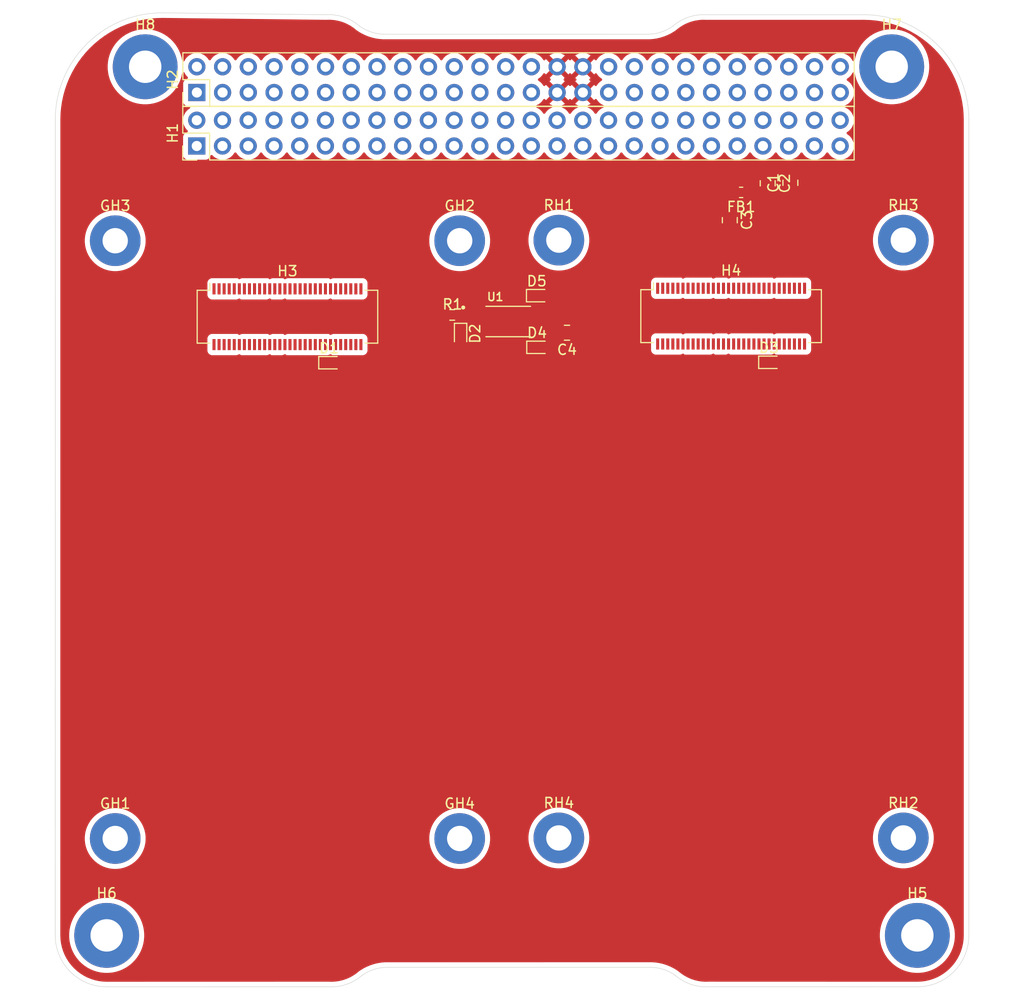
<source format=kicad_pcb>
(kicad_pcb (version 20241229) (generator "pcbnew") (generator_version "9.0")
  (layers (0 "F.Cu" signal) (2 "B.Cu" signal) (13 "F.Paste" user) (15 "B.Paste" user) (5 "F.SilkS" user "F.Silkscreen") (7 "B.SilkS" user "B.Silkscreen") (1 "F.Mask" user) (3 "B.Mask" user) (25 "Edge.Cuts" user))
  (net 0 "")
  (net 1 "3V3_S")
  (net 2 "GND")
  (net 3 "/PPS")
  (net 4 "/CLK_0")
  (net 5 "/CLK_3")
  (net 6 "/CLK_2")
  (net 7 "/CLK_1")
  (net 8 "RAW_BATT")
  (net 10 "/CAN_L")
  (net 30 "/CAN_H")
  (net 33 "5V_S")
  (net 36 "/I2C1_SCL")
  (net 49 "/CAN2_L")
  (net 50 "/CAN2_H")
  (net 51 "/I2C1_SDA")
  (net 111 "/EXT_RST")
  (net 175 "Net-(H1-Pin_47)")
  (net 176 "Net-(U1-1G)")
  (footprint "Connector_PinHeader_2.54mm:PinHeader_2x26_P2.54mm_Vertical" (layer "F.Cu") (at 134.48 63.65 90)
    (property "Reference" "H2" (at 1.27 -2.38 90) (layer "F.SilkS"))
    (property "Value" "Outer Bank")
    (fp_line (start 3.92 -1.38) (end 3.92 64.88) (stroke (width 0.12)) (layer "F.SilkS"))
    (fp_line (start 1.27 -1.38) (end 3.92 -1.38) (stroke (width 0.12)) (layer "F.SilkS"))
    (fp_line (start -1.38 -1.38) (end 0 -1.38) (stroke (width 0.12)) (layer "F.SilkS"))
    (fp_line (start -1.38 0) (end -1.38 -1.38) (stroke (width 0.12)) (layer "F.SilkS"))
    (fp_line (start 1.27 1.27) (end 1.27 -1.38) (stroke (width 0.12)) (layer "F.SilkS"))
    (fp_line (start -1.38 1.27) (end 1.27 1.27) (stroke (width 0.12)) (layer "F.SilkS"))
    (fp_line (start -1.38 1.27) (end -1.38 64.88) (stroke (width 0.12)) (layer "F.SilkS"))
    (fp_line (start -1.38 64.88) (end 3.92 64.88) (stroke (width 0.12)) (layer "F.SilkS"))
    (pad "1" thru_hole rect (at 0 0 90) (size 1.7 1.7) (drill 1) (layers "*.Cu" "*.Mask"))
    (pad "2" thru_hole circle (at 2.54 0 90) (size 1.7 1.7) (drill 1) (layers "*.Cu" "*.Mask"))
    (pad "3" thru_hole circle (at 0 2.54 90) (size 1.7 1.7) (drill 1) (layers "*.Cu" "*.Mask"))
    (pad "4" thru_hole circle (at 2.54 2.54 90) (size 1.7 1.7) (drill 1) (layers "*.Cu" "*.Mask"))
    (pad "5" thru_hole circle (at 0 5.08 90) (size 1.7 1.7) (drill 1) (layers "*.Cu" "*.Mask"))
    (pad "6" thru_hole circle (at 2.54 5.08 90) (size 1.7 1.7) (drill 1) (layers "*.Cu" "*.Mask"))
    (pad "7" thru_hole circle (at 0 7.62 90) (size 1.7 1.7) (drill 1) (layers "*.Cu" "*.Mask"))
    (pad "8" thru_hole circle (at 2.54 7.62 90) (size 1.7 1.7) (drill 1) (layers "*.Cu" "*.Mask"))
    (pad "9" thru_hole circle (at 0 10.16 90) (size 1.7 1.7) (drill 1) (layers "*.Cu" "*.Mask"))
    (pad "10" thru_hole circle (at 2.54 10.16 90) (size 1.7 1.7) (drill 1) (layers "*.Cu" "*.Mask"))
    (pad "11" thru_hole circle (at 0 12.7 90) (size 1.7 1.7) (drill 1) (layers "*.Cu" "*.Mask"))
    (pad "12" thru_hole circle (at 2.54 12.7 90) (size 1.7 1.7) (drill 1) (layers "*.Cu" "*.Mask"))
    (pad "13" thru_hole circle (at 0 15.24 90) (size 1.7 1.7) (drill 1) (layers "*.Cu" "*.Mask"))
    (pad "14" thru_hole circle (at 2.54 15.24 90) (size 1.7 1.7) (drill 1) (layers "*.Cu" "*.Mask"))
    (pad "15" thru_hole circle (at 0 17.78 90) (size 1.7 1.7) (drill 1) (layers "*.Cu" "*.Mask") (net 7 "/CLK_1"))
    (pad "16" thru_hole circle (at 2.54 17.78 90) (size 1.7 1.7) (drill 1) (layers "*.Cu" "*.Mask") (net 4 "/CLK_0"))
    (pad "17" thru_hole circle (at 0 20.32 90) (size 1.7 1.7) (drill 1) (layers "*.Cu" "*.Mask") (net 6 "/CLK_2"))
    (pad "18" thru_hole circle (at 2.54 20.32 90) (size 1.7 1.7) (drill 1) (layers "*.Cu" "*.Mask"))
    (pad "19" thru_hole circle (at 0 22.86 90) (size 1.7 1.7) (drill 1) (layers "*.Cu" "*.Mask"))
    (pad "20" thru_hole circle (at 2.54 22.86 90) (size 1.7 1.7) (drill 1) (layers "*.Cu" "*.Mask"))
    (pad "21" thru_hole circle (at 0 25.4 90) (size 1.7 1.7) (drill 1) (layers "*.Cu" "*.Mask"))
    (pad "22" thru_hole circle (at 2.54 25.4 90) (size 1.7 1.7) (drill 1) (layers "*.Cu" "*.Mask"))
    (pad "23" thru_hole circle (at 0 27.94 90) (size 1.7 1.7) (drill 1) (layers "*.Cu" "*.Mask"))
    (pad "24" thru_hole circle (at 2.54 27.94 90) (size 1.7 1.7) (drill 1) (layers "*.Cu" "*.Mask"))
    (pad "25" thru_hole circle (at 0 30.48 90) (size 1.7 1.7) (drill 1) (layers "*.Cu" "*.Mask"))
    (pad "26" thru_hole circle (at 2.54 30.48 90) (size 1.7 1.7) (drill 1) (layers "*.Cu" "*.Mask"))
    (pad "27" thru_hole circle (at 0 33.02 90) (size 1.7 1.7) (drill 1) (layers "*.Cu" "*.Mask"))
    (pad "28" thru_hole circle (at 2.54 33.02 90) (size 1.7 1.7) (drill 1) (layers "*.Cu" "*.Mask"))
    (pad "29" thru_hole circle (at 0 35.56 90) (size 1.7 1.7) (drill 1) (layers "*.Cu" "*.Mask") (net 2 "GND"))
    (pad "30" thru_hole circle (at 2.54 35.56 90) (size 1.7 1.7) (drill 1) (layers "*.Cu" "*.Mask") (net 2 "GND"))
    (pad "31" thru_hole circle (at 0 38.1 90) (size 1.7 1.7) (drill 1) (layers "*.Cu" "*.Mask") (net 2 "GND"))
    (pad "32" thru_hole circle (at 2.54 38.1 90) (size 1.7 1.7) (drill 1) (layers "*.Cu" "*.Mask") (net 2 "GND"))
    (pad "33" thru_hole circle (at 0 40.64 90) (size 1.7 1.7) (drill 1) (layers "*.Cu" "*.Mask"))
    (pad "34" thru_hole circle (at 2.54 40.64 90) (size 1.7 1.7) (drill 1) (layers "*.Cu" "*.Mask"))
    (pad "35" thru_hole circle (at 0 43.18 90) (size 1.7 1.7) (drill 1) (layers "*.Cu" "*.Mask"))
    (pad "36" thru_hole circle (at 2.54 43.18 90) (size 1.7 1.7) (drill 1) (layers "*.Cu" "*.Mask"))
    (pad "37" thru_hole circle (at 0 45.72 90) (size 1.7 1.7) (drill 1) (layers "*.Cu" "*.Mask"))
    (pad "38" thru_hole circle (at 2.54 45.72 90) (size 1.7 1.7) (drill 1) (layers "*.Cu" "*.Mask"))
    (pad "39" thru_hole circle (at 0 48.26 90) (size 1.7 1.7) (drill 1) (layers "*.Cu" "*.Mask"))
    (pad "40" thru_hole circle (at 2.54 48.26 90) (size 1.7 1.7) (drill 1) (layers "*.Cu" "*.Mask"))
    (pad "41" thru_hole circle (at 0 50.8 90) (size 1.7 1.7) (drill 1) (layers "*.Cu" "*.Mask"))
    (pad "42" thru_hole circle (at 2.54 50.8 90) (size 1.7 1.7) (drill 1) (layers "*.Cu" "*.Mask"))
    (pad "43" thru_hole circle (at 0 53.34 90) (size 1.7 1.7) (drill 1) (layers "*.Cu" "*.Mask"))
    (pad "44" thru_hole circle (at 2.54 53.34 90) (size 1.7 1.7) (drill 1) (layers "*.Cu" "*.Mask"))
    (pad "45" thru_hole circle (at 0 55.88 90) (size 1.7 1.7) (drill 1) (layers "*.Cu" "*.Mask"))
    (pad "46" thru_hole circle (at 2.54 55.88 90) (size 1.7 1.7) (drill 1) (layers "*.Cu" "*.Mask"))
    (pad "47" thru_hole circle (at 0 58.42 90) (size 1.7 1.7) (drill 1) (layers "*.Cu" "*.Mask"))
    (pad "48" thru_hole circle (at 2.54 58.42 90) (size 1.7 1.7) (drill 1) (layers "*.Cu" "*.Mask"))
    (pad "49" thru_hole circle (at 0 60.96 90) (size 1.7 1.7) (drill 1) (layers "*.Cu" "*.Mask"))
    (pad "50" thru_hole circle (at 2.54 60.96 90) (size 1.7 1.7) (drill 1) (layers "*.Cu" "*.Mask"))
    (pad "51" thru_hole circle (at 0 63.5 90) (size 1.7 1.7) (drill 1) (layers "*.Cu" "*.Mask"))
    (pad "52" thru_hole circle (at 2.54 63.5 90) (size 1.7 1.7) (drill 1) (layers "*.Cu" "*.Mask"))
  )
  (footprint "Capacitor_SMD:C_0805_2012Metric" (layer "F.Cu") (at 171.01 87.36 180)
    (property "Reference" "C4" (at 0 -1.68 0) (layer "F.SilkS"))
    (property "Value" "0.1μF")
    (fp_line (start -0.261252 0.735) (end 0.261252 0.735) (stroke (width 0.12)) (layer "F.SilkS"))
    (fp_line (start -0.261252 -0.735) (end 0.261252 -0.735) (stroke (width 0.12)) (layer "F.SilkS"))
    (pad "1" smd roundrect (at -0.95 0 180) (size 1 1.45) (layers "F.Cu" "F.Mask" "F.Paste") (net 2 "GND"))
    (pad "2" smd roundrect (at 0.95 0 180) (size 1 1.45) (layers "F.Cu" "F.Mask" "F.Paste") (net 1 "3V3_S"))
  )
  (footprint "MountingHole:MountingHole_2.5mm_Pad_TopBottom" (layer "F.Cu") (at 204.208427 137.221573)
    (property "Reference" "RH2" (at 0 -3.45 0) (layer "F.SilkS"))
    (property "Value" "Radio Mounting Hole")
    (pad "1" thru_hole circle (at 0 0) (size 2.9 2.9) (drill 2.5) (layers "*.Cu" "*.Mask"))
    (pad "1" connect circle (at 0 0) (size 5 5) (layers "F.Cu" "F.Mask"))
    (pad "1" connect circle (at 0 0) (size 5 5) (layers "B.Cu" "B.Mask"))
  )
  (footprint "Diode_SMD:Nexperia_DSN1608-2_1.6x0.8mm" (layer "F.Cu") (at 147.525 90.32)
    (property "Reference" "D1" (at 0 -1.43 0) (layer "F.SilkS"))
    (property "Value" "PTVS5V0Z1USK")
    (fp_line (start -1.015 -0.61) (end -1.015 0.61) (stroke (width 0.12)) (layer "F.SilkS"))
    (fp_line (start -1.015 0.61) (end 0.8 0.61) (stroke (width 0.12)) (layer "F.SilkS"))
    (fp_line (start 0.8 -0.61) (end -1.015 -0.61) (stroke (width 0.12)) (layer "F.SilkS"))
    (pad "1" smd roundrect (at -0.285 0) (size 0.93 0.7) (layers "F.Cu" "F.Mask" "F.Paste") (roundrect_rratio 0.1071428571) (net 3 "/PPS"))
    (pad "2" smd roundrect (at 0.6 0) (size 0.3 0.7) (layers "F.Cu" "F.Mask" "F.Paste") (net 2 "GND"))
  )
  (footprint "MountingHole:MountingHole_2.5mm_Pad_TopBottom" (layer "F.Cu") (at 126.421573 78.278427)
    (property "Reference" "GH3" (at 0 -3.45 0) (layer "F.SilkS"))
    (property "Value" "GPS Mounting Hole")
    (pad "1" thru_hole circle (at 0 0) (size 2.9 2.9) (drill 2.5) (layers "*.Cu" "*.Mask"))
    (pad "1" connect circle (at 0 0) (size 5 5) (layers "F.Cu" "F.Mask"))
    (pad "1" connect circle (at 0 0) (size 5 5) (layers "B.Cu" "B.Mask"))
  )
  (footprint "Capacitor_SMD:C_0805_2012Metric" (layer "F.Cu") (at 190.82 72.61 -90)
    (property "Reference" "C2" (at 0 -1.68 90) (layer "F.SilkS"))
    (property "Value" "1μF")
    (fp_line (start -0.261252 0.735) (end 0.261252 0.735) (stroke (width 0.12)) (layer "F.SilkS"))
    (fp_line (start -0.261252 -0.735) (end 0.261252 -0.735) (stroke (width 0.12)) (layer "F.SilkS"))
    (pad "1" smd roundrect (at -0.95 0 270) (size 1 1.45) (layers "F.Cu" "F.Mask" "F.Paste") (net 1 "3V3_S"))
    (pad "2" smd roundrect (at 0.95 0 270) (size 1 1.45) (layers "F.Cu" "F.Mask" "F.Paste") (net 2 "GND"))
  )
  (footprint "Inductor_SMD:L_0603_1608Metric" (layer "F.Cu") (at 188.1975 73.51 180)
    (property "Reference" "FB1" (at 0 -1.43 0) (layer "F.SilkS"))
    (property "Value" "600R")
    (fp_line (start -0.162779 0.51) (end 0.162779 0.51) (stroke (width 0.12)) (layer "F.SilkS"))
    (fp_line (start -0.162779 -0.51) (end 0.162779 -0.51) (stroke (width 0.12)) (layer "F.SilkS"))
    (pad "1" smd roundrect (at -0.7875 0 180) (size 0.875 0.95) (layers "F.Cu" "F.Mask" "F.Paste") (net 1 "3V3_S"))
    (pad "2" smd roundrect (at 0.7875 0 180) (size 0.875 0.95) (layers "F.Cu" "F.Mask" "F.Paste") (net 175 "Net-(H1-Pin_47)"))
  )
  (footprint "MountingHole:MountingHole_3.2mm_M3_Pad_TopBottom" (layer "F.Cu") (at 129.38 61.11)
    (property "Reference" "H8" (at 0 -4.15 0) (layer "F.SilkS"))
    (property "Value" "Motherboard Mounting Hole")
    (pad "1" thru_hole circle (at 0 0) (size 3.6 3.6) (drill 3.2) (layers "*.Cu" "*.Mask"))
    (pad "1" connect circle (at 0 0) (size 6.4 6.4) (layers "F.Cu" "F.Mask"))
    (pad "1" connect circle (at 0 0) (size 6.4 6.4) (layers "B.Cu" "B.Mask"))
  )
  (footprint "Capacitor_SMD:C_0805_2012Metric" (layer "F.Cu") (at 193.06 72.56 90)
    (property "Reference" "C1" (at 0 -1.68 90) (layer "F.SilkS"))
    (property "Value" "0.1μF")
    (fp_line (start -0.261252 -0.735) (end 0.261252 -0.735) (stroke (width 0.12)) (layer "F.SilkS"))
    (fp_line (start -0.261252 0.735) (end 0.261252 0.735) (stroke (width 0.12)) (layer "F.SilkS"))
    (pad "1" smd roundrect (at -0.95 0 90) (size 1 1.45) (layers "F.Cu" "F.Mask" "F.Paste") (net 2 "GND"))
    (pad "2" smd roundrect (at 0.95 0 90) (size 1 1.45) (layers "F.Cu" "F.Mask" "F.Paste") (net 1 "3V3_S"))
  )
  (footprint "Connector_Molex:Molex_SlimStack_54722-0604_2x30_P0.50mm_Vertical" (layer "F.Cu") (at 143.421573 85.778427)
    (property "Reference" "H3" (at 0 -4.5 0) (layer "F.SilkS"))
    (property "Value" "GPS Connector")
    (fp_line (start -8.91 -2.61) (end -7.66 -2.61) (stroke (width 0.12)) (layer "F.SilkS"))
    (fp_line (start -8.91 2.61) (end -8.91 -2.61) (stroke (width 0.12)) (layer "F.SilkS"))
    (fp_line (start -7.66 -2.61) (end -7.66 -3.3) (stroke (width 0.12)) (layer "F.SilkS"))
    (fp_line (start -7.66 2.61) (end -8.91 2.61) (stroke (width 0.12)) (layer "F.SilkS"))
    (fp_line (start 7.66 2.61) (end 8.91 2.61) (stroke (width 0.12)) (layer "F.SilkS"))
    (fp_line (start 8.91 -2.61) (end 7.66 -2.61) (stroke (width 0.12)) (layer "F.SilkS"))
    (fp_line (start 8.91 2.61) (end 8.91 -2.61) (stroke (width 0.12)) (layer "F.SilkS"))
    (pad "1" smd rect (at -7.25 -2.75) (size 0.3 1.1) (layers "F.Cu" "F.Mask" "F.Paste") (net 8 "RAW_BATT"))
    (pad "2" smd rect (at -7.25 2.75) (size 0.3 1.1) (layers "F.Cu" "F.Mask" "F.Paste") (net 8 "RAW_BATT"))
    (pad "3" smd rect (at -6.75 -2.75) (size 0.3 1.1) (layers "F.Cu" "F.Mask" "F.Paste") (net 33 "5V_S"))
    (pad "4" smd rect (at -6.75 2.75) (size 0.3 1.1) (layers "F.Cu" "F.Mask" "F.Paste") (net 33 "5V_S"))
    (pad "5" smd rect (at -6.25 -2.75) (size 0.3 1.1) (layers "F.Cu" "F.Mask" "F.Paste") (net 33 "5V_S"))
    (pad "6" smd rect (at -6.25 2.75) (size 0.3 1.1) (layers "F.Cu" "F.Mask" "F.Paste") (net 33 "5V_S"))
    (pad "7" smd rect (at -5.75 -2.75) (size 0.3 1.1) (layers "F.Cu" "F.Mask" "F.Paste"))
    (pad "8" smd rect (at -5.75 2.75) (size 0.3 1.1) (layers "F.Cu" "F.Mask" "F.Paste"))
    (pad "9" smd rect (at -5.25 -2.75) (size 0.3 1.1) (layers "F.Cu" "F.Mask" "F.Paste") (net 1 "3V3_S"))
    (pad "10" smd rect (at -5.25 2.75) (size 0.3 1.1) (layers "F.Cu" "F.Mask" "F.Paste") (net 1 "3V3_S"))
    (pad "11" smd rect (at -4.75 -2.75) (size 0.3 1.1) (layers "F.Cu" "F.Mask" "F.Paste") (net 2 "GND"))
    (pad "12" smd rect (at -4.75 2.75) (size 0.3 1.1) (layers "F.Cu" "F.Mask" "F.Paste") (net 2 "GND"))
    (pad "13" smd rect (at -4.25 -2.75) (size 0.3 1.1) (layers "F.Cu" "F.Mask" "F.Paste") (net 51 "/I2C1_SDA"))
    (pad "14" smd rect (at -4.25 2.75) (size 0.3 1.1) (layers "F.Cu" "F.Mask" "F.Paste") (net 36 "/I2C1_SCL"))
    (pad "15" smd rect (at -3.75 -2.75) (size 0.3 1.1) (layers "F.Cu" "F.Mask" "F.Paste"))
    (pad "16" smd rect (at -3.75 2.75) (size 0.3 1.1) (layers "F.Cu" "F.Mask" "F.Paste"))
    (pad "17" smd rect (at -3.25 -2.75) (size 0.3 1.1) (layers "F.Cu" "F.Mask" "F.Paste"))
    (pad "18" smd rect (at -3.25 2.75) (size 0.3 1.1) (layers "F.Cu" "F.Mask" "F.Paste"))
    (pad "19" smd rect (at -2.75 -2.75) (size 0.3 1.1) (layers "F.Cu" "F.Mask" "F.Paste"))
    (pad "20" smd rect (at -2.75 2.75) (size 0.3 1.1) (layers "F.Cu" "F.Mask" "F.Paste"))
    (pad "21" smd rect (at -2.25 -2.75) (size 0.3 1.1) (layers "F.Cu" "F.Mask" "F.Paste"))
    (pad "22" smd rect (at -2.25 2.75) (size 0.3 1.1) (layers "F.Cu" "F.Mask" "F.Paste"))
    (pad "23" smd rect (at -1.75 -2.75) (size 0.3 1.1) (layers "F.Cu" "F.Mask" "F.Paste") (net 2 "GND"))
    (pad "24" smd rect (at -1.75 2.75) (size 0.3 1.1) (layers "F.Cu" "F.Mask" "F.Paste") (net 2 "GND"))
    (pad "25" smd rect (at -1.25 -2.75) (size 0.3 1.1) (layers "F.Cu" "F.Mask" "F.Paste") (net 50 "/CAN2_H"))
    (pad "26" smd rect (at -1.25 2.75) (size 0.3 1.1) (layers "F.Cu" "F.Mask" "F.Paste") (net 30 "/CAN_H"))
    (pad "27" smd rect (at -0.75 -2.75) (size 0.3 1.1) (layers "F.Cu" "F.Mask" "F.Paste") (net 49 "/CAN2_L"))
    (pad "28" smd rect (at -0.75 2.75) (size 0.3 1.1) (layers "F.Cu" "F.Mask" "F.Paste") (net 10 "/CAN_L"))
    (pad "29" smd rect (at -0.25 -2.75) (size 0.3 1.1) (layers "F.Cu" "F.Mask" "F.Paste") (net 2 "GND"))
    (pad "30" smd rect (at -0.25 2.75) (size 0.3 1.1) (layers "F.Cu" "F.Mask" "F.Paste") (net 2 "GND"))
    (pad "31" smd rect (at 0.25 -2.75) (size 0.3 1.1) (layers "F.Cu" "F.Mask" "F.Paste"))
    (pad "32" smd rect (at 0.25 2.75) (size 0.3 1.1) (layers "F.Cu" "F.Mask" "F.Paste"))
    (pad "33" smd rect (at 0.75 -2.75) (size 0.3 1.1) (layers "F.Cu" "F.Mask" "F.Paste"))
    (pad "34" smd rect (at 0.75 2.75) (size 0.3 1.1) (layers "F.Cu" "F.Mask" "F.Paste"))
    (pad "35" smd rect (at 1.25 -2.75) (size 0.3 1.1) (layers "F.Cu" "F.Mask" "F.Paste"))
    (pad "36" smd rect (at 1.25 2.75) (size 0.3 1.1) (layers "F.Cu" "F.Mask" "F.Paste"))
    (pad "37" smd rect (at 1.75 -2.75) (size 0.3 1.1) (layers "F.Cu" "F.Mask" "F.Paste"))
    (pad "38" smd rect (at 1.75 2.75) (size 0.3 1.1) (layers "F.Cu" "F.Mask" "F.Paste"))
    (pad "39" smd rect (at 2.25 -2.75) (size 0.3 1.1) (layers "F.Cu" "F.Mask" "F.Paste"))
    (pad "40" smd rect (at 2.25 2.75) (size 0.3 1.1) (layers "F.Cu" "F.Mask" "F.Paste"))
    (pad "41" smd rect (at 2.75 -2.75) (size 0.3 1.1) (layers "F.Cu" "F.Mask" "F.Paste"))
    (pad "42" smd rect (at 2.75 2.75) (size 0.3 1.1) (layers "F.Cu" "F.Mask" "F.Paste"))
    (pad "43" smd rect (at 3.25 -2.75) (size 0.3 1.1) (layers "F.Cu" "F.Mask" "F.Paste"))
    (pad "44" smd rect (at 3.25 2.75) (size 0.3 1.1) (layers "F.Cu" "F.Mask" "F.Paste"))
    (pad "45" smd rect (at 3.75 -2.75) (size 0.3 1.1) (layers "F.Cu" "F.Mask" "F.Paste") (net 111 "/EXT_RST"))
    (pad "46" smd rect (at 3.75 2.75) (size 0.3 1.1) (layers "F.Cu" "F.Mask" "F.Paste") (net 3 "/PPS"))
    (pad "47" smd rect (at 4.25 -2.75) (size 0.3 1.1) (layers "F.Cu" "F.Mask" "F.Paste") (net 2 "GND"))
    (pad "48" smd rect (at 4.25 2.75) (size 0.3 1.1) (layers "F.Cu" "F.Mask" "F.Paste") (net 2 "GND"))
    (pad "49" smd rect (at 4.75 -2.75) (size 0.3 1.1) (layers "F.Cu" "F.Mask" "F.Paste"))
    (pad "50" smd rect (at 4.75 2.75) (size 0.3 1.1) (layers "F.Cu" "F.Mask" "F.Paste"))
    (pad "51" smd rect (at 5.25 -2.75) (size 0.3 1.1) (layers "F.Cu" "F.Mask" "F.Paste"))
    (pad "52" smd rect (at 5.25 2.75) (size 0.3 1.1) (layers "F.Cu" "F.Mask" "F.Paste"))
    (pad "53" smd rect (at 5.75 -2.75) (size 0.3 1.1) (layers "F.Cu" "F.Mask" "F.Paste"))
    (pad "54" smd rect (at 5.75 2.75) (size 0.3 1.1) (layers "F.Cu" "F.Mask" "F.Paste"))
    (pad "55" smd rect (at 6.25 -2.75) (size 0.3 1.1) (layers "F.Cu" "F.Mask" "F.Paste"))
    (pad "56" smd rect (at 6.25 2.75) (size 0.3 1.1) (layers "F.Cu" "F.Mask" "F.Paste"))
    (pad "57" smd rect (at 6.75 -2.75) (size 0.3 1.1) (layers "F.Cu" "F.Mask" "F.Paste"))
    (pad "58" smd rect (at 6.75 2.75) (size 0.3 1.1) (layers "F.Cu" "F.Mask" "F.Paste"))
    (pad "59" smd rect (at 7.25 -2.75) (size 0.3 1.1) (layers "F.Cu" "F.Mask" "F.Paste"))
    (pad "60" smd rect (at 7.25 2.75) (size 0.3 1.1) (layers "F.Cu" "F.Mask" "F.Paste"))
  )
  (footprint "MountingHole:MountingHole_2.5mm_Pad_TopBottom" (layer "F.Cu") (at 170.208427 137.221573)
    (property "Reference" "RH4" (at 0 -3.45 0) (layer "F.SilkS"))
    (property "Value" "Radio Mounting Hole")
    (pad "1" thru_hole circle (at 0 0) (size 2.9 2.9) (drill 2.5) (layers "*.Cu" "*.Mask"))
    (pad "1" connect circle (at 0 0) (size 5 5) (layers "F.Cu" "F.Mask"))
    (pad "1" connect circle (at 0 0) (size 5 5) (layers "B.Cu" "B.Mask"))
  )
  (footprint "Connector_PinHeader_2.54mm:PinHeader_2x26_P2.54mm_Vertical" (layer "F.Cu") (at 134.47 68.93 90)
    (property "Reference" "H1" (at 1.27 -2.38 90) (layer "F.SilkS"))
    (property "Value" "Inner Bank")
    (fp_line (start 3.92 -1.38) (end 3.92 64.88) (stroke (width 0.12)) (layer "F.SilkS"))
    (fp_line (start 1.27 -1.38) (end 3.92 -1.38) (stroke (width 0.12)) (layer "F.SilkS"))
    (fp_line (start -1.38 -1.38) (end 0 -1.38) (stroke (width 0.12)) (layer "F.SilkS"))
    (fp_line (start -1.38 0) (end -1.38 -1.38) (stroke (width 0.12)) (layer "F.SilkS"))
    (fp_line (start 1.27 1.27) (end 1.27 -1.38) (stroke (width 0.12)) (layer "F.SilkS"))
    (fp_line (start -1.38 1.27) (end 1.27 1.27) (stroke (width 0.12)) (layer "F.SilkS"))
    (fp_line (start -1.38 1.27) (end -1.38 64.88) (stroke (width 0.12)) (layer "F.SilkS"))
    (fp_line (start -1.38 64.88) (end 3.92 64.88) (stroke (width 0.12)) (layer "F.SilkS"))
    (pad "1" thru_hole rect (at 0 0 90) (size 1.7 1.7) (drill 1) (layers "*.Cu" "*.Mask") (net 10 "/CAN_L"))
    (pad "2" thru_hole circle (at 2.54 0 90) (size 1.7 1.7) (drill 1) (layers "*.Cu" "*.Mask") (net 49 "/CAN2_L"))
    (pad "3" thru_hole circle (at 0 2.54 90) (size 1.7 1.7) (drill 1) (layers "*.Cu" "*.Mask") (net 30 "/CAN_H"))
    (pad "4" thru_hole circle (at 2.54 2.54 90) (size 1.7 1.7) (drill 1) (layers "*.Cu" "*.Mask") (net 50 "/CAN2_H"))
    (pad "5" thru_hole circle (at 0 5.08 90) (size 1.7 1.7) (drill 1) (layers "*.Cu" "*.Mask"))
    (pad "6" thru_hole circle (at 2.54 5.08 90) (size 1.7 1.7) (drill 1) (layers "*.Cu" "*.Mask") (net 8 "RAW_BATT"))
    (pad "7" thru_hole circle (at 0 7.62 90) (size 1.7 1.7) (drill 1) (layers "*.Cu" "*.Mask"))
    (pad "8" thru_hole circle (at 2.54 7.62 90) (size 1.7 1.7) (drill 1) (layers "*.Cu" "*.Mask") (net 8 "RAW_BATT"))
    (pad "9" thru_hole circle (at 0 10.16 90) (size 1.7 1.7) (drill 1) (layers "*.Cu" "*.Mask"))
    (pad "10" thru_hole circle (at 2.54 10.16 90) (size 1.7 1.7) (drill 1) (layers "*.Cu" "*.Mask"))
    (pad "11" thru_hole circle (at 0 12.7 90) (size 1.7 1.7) (drill 1) (layers "*.Cu" "*.Mask"))
    (pad "12" thru_hole circle (at 2.54 12.7 90) (size 1.7 1.7) (drill 1) (layers "*.Cu" "*.Mask"))
    (pad "13" thru_hole circle (at 0 15.24 90) (size 1.7 1.7) (drill 1) (layers "*.Cu" "*.Mask"))
    (pad "14" thru_hole circle (at 2.54 15.24 90) (size 1.7 1.7) (drill 1) (layers "*.Cu" "*.Mask"))
    (pad "15" thru_hole circle (at 0 17.78 90) (size 1.7 1.7) (drill 1) (layers "*.Cu" "*.Mask"))
    (pad "16" thru_hole circle (at 2.54 17.78 90) (size 1.7 1.7) (drill 1) (layers "*.Cu" "*.Mask"))
    (pad "17" thru_hole circle (at 0 20.32 90) (size 1.7 1.7) (drill 1) (layers "*.Cu" "*.Mask"))
    (pad "18" thru_hole circle (at 2.54 20.32 90) (size 1.7 1.7) (drill 1) (layers "*.Cu" "*.Mask"))
    (pad "19" thru_hole circle (at 0 22.86 90) (size 1.7 1.7) (drill 1) (layers "*.Cu" "*.Mask"))
    (pad "20" thru_hole circle (at 2.54 22.86 90) (size 1.7 1.7) (drill 1) (layers "*.Cu" "*.Mask"))
    (pad "21" thru_hole circle (at 0 25.4 90) (size 1.7 1.7) (drill 1) (layers "*.Cu" "*.Mask") (net 33 "5V_S"))
    (pad "22" thru_hole circle (at 2.54 25.4 90) (size 1.7 1.7) (drill 1) (layers "*.Cu" "*.Mask"))
    (pad "23" thru_hole circle (at 0 27.94 90) (size 1.7 1.7) (drill 1) (layers "*.Cu" "*.Mask") (net 33 "5V_S"))
    (pad "24" thru_hole circle (at 2.54 27.94 90) (size 1.7 1.7) (drill 1) (layers "*.Cu" "*.Mask"))
    (pad "25" thru_hole circle (at 0 30.48 90) (size 1.7 1.7) (drill 1) (layers "*.Cu" "*.Mask"))
    (pad "26" thru_hole circle (at 2.54 30.48 90) (size 1.7 1.7) (drill 1) (layers "*.Cu" "*.Mask"))
    (pad "27" thru_hole circle (at 0 33.02 90) (size 1.7 1.7) (drill 1) (layers "*.Cu" "*.Mask"))
    (pad "28" thru_hole circle (at 2.54 33.02 90) (size 1.7 1.7) (drill 1) (layers "*.Cu" "*.Mask"))
    (pad "29" thru_hole circle (at 0 35.56 90) (size 1.7 1.7) (drill 1) (layers "*.Cu" "*.Mask"))
    (pad "30" thru_hole circle (at 2.54 35.56 90) (size 1.7 1.7) (drill 1) (layers "*.Cu" "*.Mask"))
    (pad "31" thru_hole circle (at 0 38.1 90) (size 1.7 1.7) (drill 1) (layers "*.Cu" "*.Mask"))
    (pad "32" thru_hole circle (at 2.54 38.1 90) (size 1.7 1.7) (drill 1) (layers "*.Cu" "*.Mask"))
    (pad "33" thru_hole circle (at 0 40.64 90) (size 1.7 1.7) (drill 1) (layers "*.Cu" "*.Mask"))
    (pad "34" thru_hole circle (at 2.54 40.64 90) (size 1.7 1.7) (drill 1) (layers "*.Cu" "*.Mask"))
    (pad "35" thru_hole circle (at 0 43.18 90) (size 1.7 1.7) (drill 1) (layers "*.Cu" "*.Mask"))
    (pad "36" thru_hole circle (at 2.54 43.18 90) (size 1.7 1.7) (drill 1) (layers "*.Cu" "*.Mask"))
    (pad "37" thru_hole circle (at 0 45.72 90) (size 1.7 1.7) (drill 1) (layers "*.Cu" "*.Mask"))
    (pad "38" thru_hole circle (at 2.54 45.72 90) (size 1.7 1.7) (drill 1) (layers "*.Cu" "*.Mask"))
    (pad "39" thru_hole circle (at 0 48.26 90) (size 1.7 1.7) (drill 1) (layers "*.Cu" "*.Mask"))
    (pad "40" thru_hole circle (at 2.54 48.26 90) (size 1.7 1.7) (drill 1) (layers "*.Cu" "*.Mask"))
    (pad "41" thru_hole circle (at 0 50.8 90) (size 1.7 1.7) (drill 1) (layers "*.Cu" "*.Mask") (net 51 "/I2C1_SDA"))
    (pad "42" thru_hole circle (at 2.54 50.8 90) (size 1.7 1.7) (drill 1) (layers "*.Cu" "*.Mask"))
    (pad "43" thru_hole circle (at 0 53.34 90) (size 1.7 1.7) (drill 1) (layers "*.Cu" "*.Mask") (net 36 "/I2C1_SCL"))
    (pad "44" thru_hole circle (at 2.54 53.34 90) (size 1.7 1.7) (drill 1) (layers "*.Cu" "*.Mask"))
    (pad "45" thru_hole circle (at 0 55.88 90) (size 1.7 1.7) (drill 1) (layers "*.Cu" "*.Mask"))
    (pad "46" thru_hole circle (at 2.54 55.88 90) (size 1.7 1.7) (drill 1) (layers "*.Cu" "*.Mask"))
    (pad "47" thru_hole circle (at 0 58.42 90) (size 1.7 1.7) (drill 1) (layers "*.Cu" "*.Mask") (net 175 "Net-(H1-Pin_47)"))
    (pad "48" thru_hole circle (at 2.54 58.42 90) (size 1.7 1.7) (drill 1) (layers "*.Cu" "*.Mask"))
    (pad "49" thru_hole circle (at 0 60.96 90) (size 1.7 1.7) (drill 1) (layers "*.Cu" "*.Mask"))
    (pad "50" thru_hole circle (at 2.54 60.96 90) (size 1.7 1.7) (drill 1) (layers "*.Cu" "*.Mask"))
    (pad "51" thru_hole circle (at 0 63.5 90) (size 1.7 1.7) (drill 1) (layers "*.Cu" "*.Mask"))
    (pad "52" thru_hole circle (at 2.54 63.5 90) (size 1.7 1.7) (drill 1) (layers "*.Cu" "*.Mask"))
  )
  (footprint "MountingHole:MountingHole_3.2mm_M3_Pad_TopBottom" (layer "F.Cu") (at 203.06 61.11)
    (property "Reference" "H7" (at 0 -4.15 0) (layer "F.SilkS"))
    (property "Value" "Motherboard Mounting Hole")
    (pad "1" thru_hole circle (at 0 0) (size 3.6 3.6) (drill 3.2) (layers "*.Cu" "*.Mask"))
    (pad "1" connect circle (at 0 0) (size 6.4 6.4) (layers "F.Cu" "F.Mask"))
    (pad "1" connect circle (at 0 0) (size 6.4 6.4) (layers "B.Cu" "B.Mask"))
  )
  (footprint "LMK1C1104PWR (1):SOP65P640X120-8N" (layer "F.Cu") (at 165.21 86.255)
    (property "Reference" "U1" (at -1.28 -2.435 0) (layer "F.SilkS") (effects (font (size 0.8 0.8))))
    (property "Value" "LMK1C1104PWR")
    (fp_line (start -2.2 -1.5) (end 2.2 -1.5) (stroke (width 0.127)) (layer "F.SilkS"))
    (fp_line (start -2.2 1.5) (end 2.2 1.5) (stroke (width 0.127)) (layer "F.SilkS"))
    (fp_circle (center -4.44 -1.385) (end -4.34 -1.385) (stroke (width 0.2)) (fill no) (layer "F.SilkS"))
    (pad "1" smd roundrect (at -2.87 -0.975) (size 1.57 0.41) (layers "F.Cu" "F.Mask" "F.Paste") (roundrect_rratio 0.125) (net 3 "/PPS"))
    (pad "2" smd roundrect (at -2.87 -0.325) (size 1.57 0.41) (layers "F.Cu" "F.Mask" "F.Paste") (roundrect_rratio 0.125) (net 176 "Net-(U1-1G)"))
    (pad "3" smd roundrect (at -2.87 0.325) (size 1.57 0.41) (layers "F.Cu" "F.Mask" "F.Paste") (roundrect_rratio 0.125) (net 4 "/CLK_0"))
    (pad "4" smd roundrect (at -2.87 0.975) (size 1.57 0.41) (layers "F.Cu" "F.Mask" "F.Paste") (roundrect_rratio 0.125) (net 2 "GND"))
    (pad "5" smd roundrect (at 2.87 0.975) (size 1.57 0.41) (layers "F.Cu" "F.Mask" "F.Paste") (roundrect_rratio 0.125) (net 6 "/CLK_2"))
    (pad "6" smd roundrect (at 2.87 0.325) (size 1.57 0.41) (layers "F.Cu" "F.Mask" "F.Paste") (roundrect_rratio 0.125) (net 1 "3V3_S"))
    (pad "7" smd roundrect (at 2.87 -0.325) (size 1.57 0.41) (layers "F.Cu" "F.Mask" "F.Paste") (roundrect_rratio 0.125) (net 5 "/CLK_3"))
    (pad "8" smd roundrect (at 2.87 -0.975) (size 1.57 0.41) (layers "F.Cu" "F.Mask" "F.Paste") (roundrect_rratio 0.125) (net 7 "/CLK_1"))
  )
  (footprint "Resistor_SMD:R_0603_1608Metric" (layer "F.Cu") (at 159.685 85.6)
    (property "Reference" "R1" (at 0.02 -1.04 0) (layer "F.SilkS"))
    (property "Value" "300k")
    (fp_line (start -0.237258 -0.5225) (end 0.237258 -0.5225) (stroke (width 0.12)) (layer "F.SilkS"))
    (fp_line (start -0.237258 0.5225) (end 0.237258 0.5225) (stroke (width 0.12)) (layer "F.SilkS"))
    (pad "1" smd roundrect (at -0.825 0) (size 0.8 0.95) (layers "F.Cu" "F.Mask" "F.Paste") (net 1 "3V3_S"))
    (pad "2" smd roundrect (at 0.825 0) (size 0.8 0.95) (layers "F.Cu" "F.Mask" "F.Paste") (net 176 "Net-(U1-1G)"))
  )
  (footprint "MountingHole:MountingHole_2.5mm_Pad_TopBottom" (layer "F.Cu") (at 170.208427 78.221573)
    (property "Reference" "RH1" (at 0 -3.45 0) (layer "F.SilkS"))
    (property "Value" "Radio Mounting Hole")
    (pad "1" thru_hole circle (at 0 0) (size 2.9 2.9) (drill 2.5) (layers "*.Cu" "*.Mask"))
    (pad "1" connect circle (at 0 0) (size 5 5) (layers "F.Cu" "F.Mask"))
    (pad "1" connect circle (at 0 0) (size 5 5) (layers "B.Cu" "B.Mask"))
  )
  (footprint "MountingHole:MountingHole_2.5mm_Pad_TopBottom" (layer "F.Cu") (at 160.421573 137.278427)
    (property "Reference" "GH4" (at 0 -3.45 0) (layer "F.SilkS"))
    (property "Value" "GPS Mounting Hole")
    (pad "1" thru_hole circle (at 0 0) (size 2.9 2.9) (drill 2.5) (layers "*.Cu" "*.Mask"))
    (pad "1" connect circle (at 0 0) (size 5 5) (layers "F.Cu" "F.Mask"))
    (pad "1" connect circle (at 0 0) (size 5 5) (layers "B.Cu" "B.Mask"))
  )
  (footprint "Diode_SMD:Nexperia_DSN1608-2_1.6x0.8mm" (layer "F.Cu") (at 160.51 87.445 -90)
    (property "Reference" "D2" (at 0 -1.43 90) (layer "F.SilkS"))
    (property "Value" "PTVS5V0Z1USK")
    (fp_line (start -1.015 0.61) (end 0.8 0.61) (stroke (width 0.12)) (layer "F.SilkS"))
    (fp_line (start -1.015 -0.61) (end -1.015 0.61) (stroke (width 0.12)) (layer "F.SilkS"))
    (fp_line (start 0.8 -0.61) (end -1.015 -0.61) (stroke (width 0.12)) (layer "F.SilkS"))
    (pad "1" smd roundrect (at -0.285 0 270) (size 0.93 0.7) (layers "F.Cu" "F.Mask" "F.Paste") (roundrect_rratio 0.1071428571) (net 4 "/CLK_0"))
    (pad "2" smd roundrect (at 0.6 0 270) (size 0.3 0.7) (layers "F.Cu" "F.Mask" "F.Paste") (net 2 "GND"))
  )
  (footprint "Connector_Molex:Molex_SlimStack_54722-0604_2x30_P0.50mm_Vertical" (layer "F.Cu") (at 187.208427 85.721573)
    (property "Reference" "H4" (at 0 -4.5 0) (layer "F.SilkS"))
    (property "Value" "Radio Connector")
    (fp_line (start -8.91 -2.61) (end -7.66 -2.61) (stroke (width 0.12)) (layer "F.SilkS"))
    (fp_line (start -8.91 2.61) (end -8.91 -2.61) (stroke (width 0.12)) (layer "F.SilkS"))
    (fp_line (start -7.66 -2.61) (end -7.66 -3.3) (stroke (width 0.12)) (layer "F.SilkS"))
    (fp_line (start -7.66 2.61) (end -8.91 2.61) (stroke (width 0.12)) (layer "F.SilkS"))
    (fp_line (start 7.66 2.61) (end 8.91 2.61) (stroke (width 0.12)) (layer "F.SilkS"))
    (fp_line (start 8.91 -2.61) (end 7.66 -2.61) (stroke (width 0.12)) (layer "F.SilkS"))
    (fp_line (start 8.91 2.61) (end 8.91 -2.61) (stroke (width 0.12)) (layer "F.SilkS"))
    (pad "1" smd rect (at -7.25 -2.75) (size 0.3 1.1) (layers "F.Cu" "F.Mask" "F.Paste") (net 8 "RAW_BATT"))
    (pad "2" smd rect (at -7.25 2.75) (size 0.3 1.1) (layers "F.Cu" "F.Mask" "F.Paste") (net 8 "RAW_BATT"))
    (pad "3" smd rect (at -6.75 -2.75) (size 0.3 1.1) (layers "F.Cu" "F.Mask" "F.Paste") (net 33 "5V_S"))
    (pad "4" smd rect (at -6.75 2.75) (size 0.3 1.1) (layers "F.Cu" "F.Mask" "F.Paste") (net 33 "5V_S"))
    (pad "5" smd rect (at -6.25 -2.75) (size 0.3 1.1) (layers "F.Cu" "F.Mask" "F.Paste") (net 33 "5V_S"))
    (pad "6" smd rect (at -6.25 2.75) (size 0.3 1.1) (layers "F.Cu" "F.Mask" "F.Paste") (net 33 "5V_S"))
    (pad "7" smd rect (at -5.75 -2.75) (size 0.3 1.1) (layers "F.Cu" "F.Mask" "F.Paste"))
    (pad "8" smd rect (at -5.75 2.75) (size 0.3 1.1) (layers "F.Cu" "F.Mask" "F.Paste"))
    (pad "9" smd rect (at -5.25 -2.75) (size 0.3 1.1) (layers "F.Cu" "F.Mask" "F.Paste") (net 1 "3V3_S"))
    (pad "10" smd rect (at -5.25 2.75) (size 0.3 1.1) (layers "F.Cu" "F.Mask" "F.Paste") (net 1 "3V3_S"))
    (pad "11" smd rect (at -4.75 -2.75) (size 0.3 1.1) (layers "F.Cu" "F.Mask" "F.Paste") (net 2 "GND"))
    (pad "12" smd rect (at -4.75 2.75) (size 0.3 1.1) (layers "F.Cu" "F.Mask" "F.Paste") (net 2 "GND"))
    (pad "13" smd rect (at -4.25 -2.75) (size 0.3 1.1) (layers "F.Cu" "F.Mask" "F.Paste") (net 51 "/I2C1_SDA"))
    (pad "14" smd rect (at -4.25 2.75) (size 0.3 1.1) (layers "F.Cu" "F.Mask" "F.Paste") (net 36 "/I2C1_SCL"))
    (pad "15" smd rect (at -3.75 -2.75) (size 0.3 1.1) (layers "F.Cu" "F.Mask" "F.Paste"))
    (pad "16" smd rect (at -3.75 2.75) (size 0.3 1.1) (layers "F.Cu" "F.Mask" "F.Paste"))
    (pad "17" smd rect (at -3.25 -2.75) (size 0.3 1.1) (layers "F.Cu" "F.Mask" "F.Paste"))
    (pad "18" smd rect (at -3.25 2.75) (size 0.3 1.1) (layers "F.Cu" "F.Mask" "F.Paste"))
    (pad "19" smd rect (at -2.75 -2.75) (size 0.3 1.1) (layers "F.Cu" "F.Mask" "F.Paste"))
    (pad "20" smd rect (at -2.75 2.75) (size 0.3 1.1) (layers "F.Cu" "F.Mask" "F.Paste"))
    (pad "21" smd rect (at -2.25 -2.75) (size 0.3 1.1) (layers "F.Cu" "F.Mask" "F.Paste"))
    (pad "22" smd rect (at -2.25 2.75) (size 0.3 1.1) (layers "F.Cu" "F.Mask" "F.Paste"))
    (pad "23" smd rect (at -1.75 -2.75) (size 0.3 1.1) (layers "F.Cu" "F.Mask" "F.Paste") (net 2 "GND"))
    (pad "24" smd rect (at -1.75 2.75) (size 0.3 1.1) (layers "F.Cu" "F.Mask" "F.Paste") (net 2 "GND"))
    (pad "25" smd rect (at -1.25 -2.75) (size 0.3 1.1) (layers "F.Cu" "F.Mask" "F.Paste") (net 50 "/CAN2_H"))
    (pad "26" smd rect (at -1.25 2.75) (size 0.3 1.1) (layers "F.Cu" "F.Mask" "F.Paste") (net 30 "/CAN_H"))
    (pad "27" smd rect (at -0.75 -2.75) (size 0.3 1.1) (layers "F.Cu" "F.Mask" "F.Paste") (net 49 "/CAN2_L"))
    (pad "28" smd rect (at -0.75 2.75) (size 0.3 1.1) (layers "F.Cu" "F.Mask" "F.Paste") (net 10 "/CAN_L"))
    (pad "29" smd rect (at -0.25 -2.75) (size 0.3 1.1) (layers "F.Cu" "F.Mask" "F.Paste") (net 2 "GND"))
    (pad "30" smd rect (at -0.25 2.75) (size 0.3 1.1) (layers "F.Cu" "F.Mask" "F.Paste") (net 2 "GND"))
    (pad "31" smd rect (at 0.25 -2.75) (size 0.3 1.1) (layers "F.Cu" "F.Mask" "F.Paste"))
    (pad "32" smd rect (at 0.25 2.75) (size 0.3 1.1) (layers "F.Cu" "F.Mask" "F.Paste"))
    (pad "33" smd rect (at 0.75 -2.75) (size 0.3 1.1) (layers "F.Cu" "F.Mask" "F.Paste"))
    (pad "34" smd rect (at 0.75 2.75) (size 0.3 1.1) (layers "F.Cu" "F.Mask" "F.Paste"))
    (pad "35" smd rect (at 1.25 -2.75) (size 0.3 1.1) (layers "F.Cu" "F.Mask" "F.Paste"))
    (pad "36" smd rect (at 1.25 2.75) (size 0.3 1.1) (layers "F.Cu" "F.Mask" "F.Paste"))
    (pad "37" smd rect (at 1.75 -2.75) (size 0.3 1.1) (layers "F.Cu" "F.Mask" "F.Paste"))
    (pad "38" smd rect (at 1.75 2.75) (size 0.3 1.1) (layers "F.Cu" "F.Mask" "F.Paste"))
    (pad "39" smd rect (at 2.25 -2.75) (size 0.3 1.1) (layers "F.Cu" "F.Mask" "F.Paste"))
    (pad "40" smd rect (at 2.25 2.75) (size 0.3 1.1) (layers "F.Cu" "F.Mask" "F.Paste"))
    (pad "41" smd rect (at 2.75 -2.75) (size 0.3 1.1) (layers "F.Cu" "F.Mask" "F.Paste"))
    (pad "42" smd rect (at 2.75 2.75) (size 0.3 1.1) (layers "F.Cu" "F.Mask" "F.Paste"))
    (pad "43" smd rect (at 3.25 -2.75) (size 0.3 1.1) (layers "F.Cu" "F.Mask" "F.Paste"))
    (pad "44" smd rect (at 3.25 2.75) (size 0.3 1.1) (layers "F.Cu" "F.Mask" "F.Paste"))
    (pad "45" smd rect (at 3.75 -2.75) (size 0.3 1.1) (layers "F.Cu" "F.Mask" "F.Paste") (net 111 "/EXT_RST"))
    (pad "46" smd rect (at 3.75 2.75) (size 0.3 1.1) (layers "F.Cu" "F.Mask" "F.Paste") (net 5 "/CLK_3"))
    (pad "47" smd rect (at 4.25 -2.75) (size 0.3 1.1) (layers "F.Cu" "F.Mask" "F.Paste") (net 2 "GND"))
    (pad "48" smd rect (at 4.25 2.75) (size 0.3 1.1) (layers "F.Cu" "F.Mask" "F.Paste") (net 2 "GND"))
    (pad "49" smd rect (at 4.75 -2.75) (size 0.3 1.1) (layers "F.Cu" "F.Mask" "F.Paste"))
    (pad "50" smd rect (at 4.75 2.75) (size 0.3 1.1) (layers "F.Cu" "F.Mask" "F.Paste"))
    (pad "51" smd rect (at 5.25 -2.75) (size 0.3 1.1) (layers "F.Cu" "F.Mask" "F.Paste"))
    (pad "52" smd rect (at 5.25 2.75) (size 0.3 1.1) (layers "F.Cu" "F.Mask" "F.Paste"))
    (pad "53" smd rect (at 5.75 -2.75) (size 0.3 1.1) (layers "F.Cu" "F.Mask" "F.Paste"))
    (pad "54" smd rect (at 5.75 2.75) (size 0.3 1.1) (layers "F.Cu" "F.Mask" "F.Paste"))
    (pad "55" smd rect (at 6.25 -2.75) (size 0.3 1.1) (layers "F.Cu" "F.Mask" "F.Paste"))
    (pad "56" smd rect (at 6.25 2.75) (size 0.3 1.1) (layers "F.Cu" "F.Mask" "F.Paste"))
    (pad "57" smd rect (at 6.75 -2.75) (size 0.3 1.1) (layers "F.Cu" "F.Mask" "F.Paste"))
    (pad "58" smd rect (at 6.75 2.75) (size 0.3 1.1) (layers "F.Cu" "F.Mask" "F.Paste"))
    (pad "59" smd rect (at 7.25 -2.75) (size 0.3 1.1) (layers "F.Cu" "F.Mask" "F.Paste"))
    (pad "60" smd rect (at 7.25 2.75) (size 0.3 1.1) (layers "F.Cu" "F.Mask" "F.Paste"))
  )
  (footprint "MountingHole:MountingHole_3.2mm_M3_Pad_TopBottom" (layer "F.Cu") (at 205.59 146.84)
    (property "Reference" "H5" (at 0 -4.15 0) (layer "F.SilkS"))
    (property "Value" "Motherboard Mounting Hole")
    (pad "1" thru_hole circle (at 0 0) (size 3.6 3.6) (drill 3.2) (layers "*.Cu" "*.Mask"))
    (pad "1" connect circle (at 0 0) (size 6.4 6.4) (layers "F.Cu" "F.Mask"))
    (pad "1" connect circle (at 0 0) (size 6.4 6.4) (layers "B.Cu" "B.Mask"))
  )
  (footprint "MountingHole:MountingHole_2.5mm_Pad_TopBottom" (layer "F.Cu") (at 126.421573 137.278427)
    (property "Reference" "GH1" (at 0 -3.45 0) (layer "F.SilkS"))
    (property "Value" "GPS Mounting Hole")
    (pad "1" thru_hole circle (at 0 0) (size 2.9 2.9) (drill 2.5) (layers "*.Cu" "*.Mask"))
    (pad "1" connect circle (at 0 0) (size 5 5) (layers "F.Cu" "F.Mask"))
    (pad "1" connect circle (at 0 0) (size 5 5) (layers "B.Cu" "B.Mask"))
  )
  (footprint "Diode_SMD:Nexperia_DSN1608-2_1.6x0.8mm" (layer "F.Cu") (at 168.025 83.7)
    (property "Reference" "D5" (at 0 -1.43 0) (layer "F.SilkS"))
    (property "Value" "PTVS5V0Z1USK")
    (fp_line (start -1.015 -0.61) (end -1.015 0.61) (stroke (width 0.12)) (layer "F.SilkS"))
    (fp_line (start -1.015 0.61) (end 0.8 0.61) (stroke (width 0.12)) (layer "F.SilkS"))
    (fp_line (start 0.8 -0.61) (end -1.015 -0.61) (stroke (width 0.12)) (layer "F.SilkS"))
    (pad "1" smd roundrect (at -0.285 0) (size 0.93 0.7) (layers "F.Cu" "F.Mask" "F.Paste") (roundrect_rratio 0.1071428571) (net 7 "/CLK_1"))
    (pad "2" smd roundrect (at 0.6 0) (size 0.3 0.7) (layers "F.Cu" "F.Mask" "F.Paste") (net 2 "GND"))
  )
  (footprint "Capacitor_SMD:C_0805_2012Metric" (layer "F.Cu") (at 187.08 76.25 -90)
    (property "Reference" "C3" (at 0 -1.68 90) (layer "F.SilkS"))
    (property "Value" "10μF")
    (fp_line (start -0.261252 0.735) (end 0.261252 0.735) (stroke (width 0.12)) (layer "F.SilkS"))
    (fp_line (start -0.261252 -0.735) (end 0.261252 -0.735) (stroke (width 0.12)) (layer "F.SilkS"))
    (pad "1" smd roundrect (at -0.95 0 270) (size 1 1.45) (layers "F.Cu" "F.Mask" "F.Paste") (net 175 "Net-(H1-Pin_47)"))
    (pad "2" smd roundrect (at 0.95 0 270) (size 1 1.45) (layers "F.Cu" "F.Mask" "F.Paste") (net 2 "GND"))
  )
  (footprint "Diode_SMD:Nexperia_DSN1608-2_1.6x0.8mm" (layer "F.Cu") (at 168.055 88.8)
    (property "Reference" "D4" (at 0 -1.43 0) (layer "F.SilkS"))
    (property "Value" "PTVS5V0Z1USK")
    (fp_line (start -1.015 -0.61) (end -1.015 0.61) (stroke (width 0.12)) (layer "F.SilkS"))
    (fp_line (start -1.015 0.61) (end 0.8 0.61) (stroke (width 0.12)) (layer "F.SilkS"))
    (fp_line (start 0.8 -0.61) (end -1.015 -0.61) (stroke (width 0.12)) (layer "F.SilkS"))
    (pad "1" smd roundrect (at -0.285 0) (size 0.93 0.7) (layers "F.Cu" "F.Mask" "F.Paste") (roundrect_rratio 0.1071428571) (net 6 "/CLK_2"))
    (pad "2" smd roundrect (at 0.6 0) (size 0.3 0.7) (layers "F.Cu" "F.Mask" "F.Paste") (net 2 "GND"))
  )
  (footprint "MountingHole:MountingHole_2.5mm_Pad_TopBottom" (layer "F.Cu") (at 204.208427 78.221573)
    (property "Reference" "RH3" (at 0 -3.45 0) (layer "F.SilkS"))
    (property "Value" "Radio Mounting Hole")
    (pad "1" thru_hole circle (at 0 0) (size 2.9 2.9) (drill 2.5) (layers "*.Cu" "*.Mask"))
    (pad "1" connect circle (at 0 0) (size 5 5) (layers "F.Cu" "F.Mask"))
    (pad "1" connect circle (at 0 0) (size 5 5) (layers "B.Cu" "B.Mask"))
  )
  (footprint "MountingHole:MountingHole_2.5mm_Pad_TopBottom" (layer "F.Cu") (at 160.421573 78.278427)
    (property "Reference" "GH2" (at 0 -3.45 0) (layer "F.SilkS"))
    (property "Value" "GPS Mounting Hole")
    (pad "1" thru_hole circle (at 0 0) (size 2.9 2.9) (drill 2.5) (layers "*.Cu" "*.Mask"))
    (pad "1" connect circle (at 0 0) (size 5 5) (layers "F.Cu" "F.Mask"))
    (pad "1" connect circle (at 0 0) (size 5 5) (layers "B.Cu" "B.Mask"))
  )
  (footprint "Diode_SMD:Nexperia_DSN1608-2_1.6x0.8mm" (layer "F.Cu") (at 190.945 90.28)
    (property "Reference" "D3" (at 0 -1.43 0) (layer "F.SilkS"))
    (property "Value" "PTVS5V0Z1USK")
    (fp_line (start -1.015 -0.61) (end -1.015 0.61) (stroke (width 0.12)) (layer "F.SilkS"))
    (fp_line (start -1.015 0.61) (end 0.8 0.61) (stroke (width 0.12)) (layer "F.SilkS"))
    (fp_line (start 0.8 -0.61) (end -1.015 -0.61) (stroke (width 0.12)) (layer "F.SilkS"))
    (pad "1" smd roundrect (at -0.285 0) (size 0.93 0.7) (layers "F.Cu" "F.Mask" "F.Paste") (roundrect_rratio 0.1071428571) (net 5 "/CLK_3"))
    (pad "2" smd roundrect (at 0.6 0) (size 0.3 0.7) (layers "F.Cu" "F.Mask" "F.Paste") (net 2 "GND"))
  )
  (footprint "MountingHole:MountingHole_3.2mm_M3_Pad_TopBottom" (layer "F.Cu") (at 125.58 146.84)
    (property "Reference" "H6" (at 0 -4.15 0) (layer "F.SilkS"))
    (property "Value" "Motherboard Mounting Hole")
    (pad "1" thru_hole circle (at 0 0) (size 3.6 3.6) (drill 3.2) (layers "*.Cu" "*.Mask"))
    (pad "1" connect circle (at 0 0) (size 6.4 6.4) (layers "F.Cu" "F.Mask"))
    (pad "1" connect circle (at 0 0) (size 6.4 6.4) (layers "B.Cu" "B.Mask"))
  )
  (gr_arc (start 185.04155 151.910427) (mid 183.265423 151.679243) (end 181.708983 150.792921) (stroke (width 0.05)) (layer "Edge.Cuts"))
  (gr_arc (start 125.582643 151.918082) (mid 121.99002 150.430048) (end 120.501918 146.837453) (stroke (width 0.05)) (layer "Edge.Cuts"))
  (gr_arc (start 153.033615 57.894256) (mid 151.721162 57.689025) (end 150.53393 57.093093) (stroke (width 0.05)) (layer "Edge.Cuts"))
  (gr_arc (start 150.77599 150.794833) (mid 151.963222 150.198901) (end 153.275675 149.99367) (stroke (width 0.05)) (layer "Edge.Cuts"))
  (gr_line (start 184.799264 55.977499) (end 200.32 55.975348) (stroke (width 0.05)) (layer "Edge.Cuts"))
  (gr_line (start 120.501918 146.837453) (end 120.506483 66.340003) (stroke (width 0.05)) (layer "Edge.Cuts"))
  (gr_line (start 178.967238 57.896168) (end 153.033615 57.894256) (stroke (width 0.05)) (layer "Edge.Cuts"))
  (gr_line (start 147.443423 151.912339) (end 125.582643 151.918082) (stroke (width 0.05)) (layer "Edge.Cuts"))
  (gr_line (start 147.201366 55.975587) (end 131.06 55.786483) (stroke (width 0.05)) (layer "Edge.Cuts"))
  (gr_line (start 210.674652 146.8359) (end 210.674652 66.33) (stroke (width 0.05)) (layer "Edge.Cuts"))
  (gr_arc (start 120.506483 66.34) (mid 123.597537 58.877537) (end 131.06 55.786483) (stroke (width 0.05)) (layer "Edge.Cuts"))
  (gr_arc (start 150.77599 150.794833) (mid 149.21955 151.681155) (end 147.443423 151.912339) (stroke (width 0.05)) (layer "Edge.Cuts"))
  (gr_arc (start 200.32 55.975348) (mid 207.641845 59.008155) (end 210.674652 66.33) (stroke (width 0.05)) (layer "Edge.Cuts"))
  (gr_arc (start 210.674652 146.835943) (mid 209.18657 150.42849) (end 205.594023 151.916572) (stroke (width 0.05)) (layer "Edge.Cuts"))
  (gr_line (start 205.594023 151.916572) (end 185.04155 151.910427) (stroke (width 0.05)) (layer "Edge.Cuts"))
  (gr_arc (start 181.466923 57.095005) (mid 183.023363 56.208682) (end 184.79949 55.977499) (stroke (width 0.05)) (layer "Edge.Cuts"))
  (gr_line (start 179.209298 149.991758) (end 153.275675 149.99367) (stroke (width 0.05)) (layer "Edge.Cuts"))
  (gr_arc (start 181.466923 57.095005) (mid 180.279691 57.690935) (end 178.967238 57.896168) (stroke (width 0.05)) (layer "Edge.Cuts"))
  (gr_arc (start 147.201363 55.975587) (mid 148.97749 56.206771) (end 150.53393 57.093093) (stroke (width 0.05)) (layer "Edge.Cuts"))
  (gr_arc (start 179.209298 149.991758) (mid 180.521751 150.196989) (end 181.708983 150.792921) (stroke (width 0.05)) (layer "Edge.Cuts"))
  (zone (net 2) (net_name "GND") (layer "F.Cu") (connect_pads (clearance 0.5)) (min_thickness 0.25) (fill yes (thermal_gap 0.5) (thermal_bridge_width 0.5))
    (polygon (pts (xy 119.31 54.97) (xy 119.61 153.39) (xy 211.98 153.54) (xy 211.83 54.52)))
  )
)
</source>
